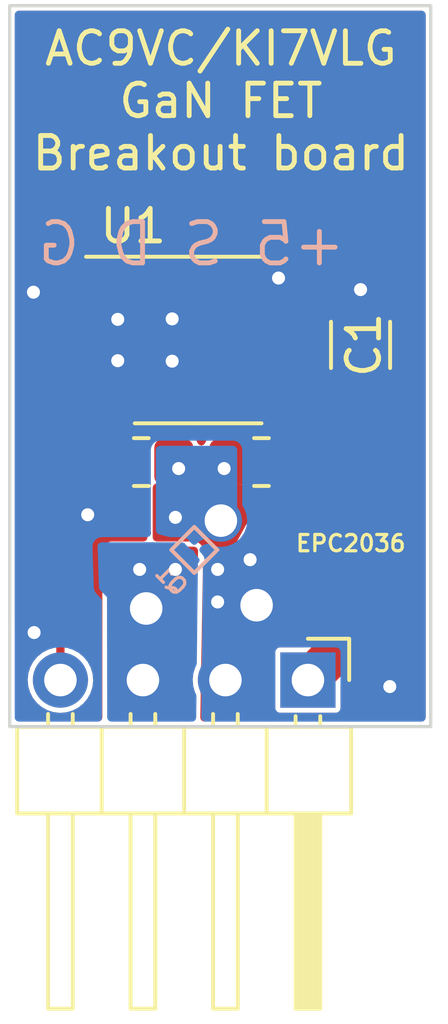
<source format=kicad_pcb>
(kicad_pcb (version 20211014) (generator pcbnew)
  (layers (0 "F.Cu" signal) (31 "B.Cu" signal) (34 "B.Paste" user) (35 "F.Paste" user) (36 "B.SilkS" user "B.Silkscreen") (37 "F.SilkS" user "F.Silkscreen") (38 "B.Mask" user) (39 "F.Mask" user) (44 "Edge.Cuts" user))
  (net 0 "")
  (net 1 "+5V")
  (net 2 "GND")
  (net 3 "/gate")
  (net 4 "/drain")
  (net 5 "Net-(R1-Pad1)")
  (net 6 "Net-(R2-Pad1)")
  (net 7 "/fetGate")
  (footprint "Capacitor_SMD:C_1206_3216Metric" (layer "F.Cu") (at 147.7 88.8 90)
    (fp_text reference "C1" (at 0 0.1 90) (layer "F.SilkS"))
    (fp_text value "100n")
    (fp_line (start -0.711252 0.91) (end 0.711252 0.91) (layer "F.SilkS") (width 0.12))
    (fp_line (start -0.711252 -0.91) (end 0.711252 -0.91) (layer "F.SilkS") (width 0.12))
    (pad "1" smd roundrect (at -1.475 0 90) (size 1.15 1.8) (layers "F.Cu" "F.Paste" "F.Mask") (roundrect_rratio 0.2173913043) (net 1 "+5V"))
    (pad "2" smd roundrect (at 1.475 0 90) (size 1.15 1.8) (layers "F.Cu" "F.Paste" "F.Mask") (roundrect_rratio 0.2173913043) (net 2 "GND"))
  )
  (footprint "Resistor_SMD:R_0805_2012Metric_Pad1.20x1.40mm_HandSolder" (layer "F.Cu") (at 144.65 92.4 180)
    (fp_text reference "R2" hide)
    (fp_text value "4.7")
    (fp_line (start -0.227064 0.735) (end 0.227064 0.735) (layer "F.SilkS") (width 0.12))
    (fp_line (start -0.227064 -0.735) (end 0.227064 -0.735) (layer "F.SilkS") (width 0.12))
    (pad "1" smd roundrect (at -1 0 180) (size 1.2 1.4) (layers "F.Cu" "F.Paste" "F.Mask") (roundrect_rratio 0.2083333333) (net 6 "Net-(R2-Pad1)"))
    (pad "2" smd roundrect (at 1 0 180) (size 1.2 1.4) (layers "F.Cu" "F.Paste" "F.Mask") (roundrect_rratio 0.2083333333) (net 7 "/fetGate"))
  )
  (footprint "Resistor_SMD:R_0805_2012Metric_Pad1.20x1.40mm_HandSolder" (layer "F.Cu") (at 140.95 92.4)
    (fp_text reference "R1" hide)
    (fp_text value "1")
    (fp_line (start -0.227064 -0.735) (end 0.227064 -0.735) (layer "F.SilkS") (width 0.12))
    (fp_line (start -0.227064 0.735) (end 0.227064 0.735) (layer "F.SilkS") (width 0.12))
    (pad "1" smd roundrect (at -1 0) (size 1.2 1.4) (layers "F.Cu" "F.Paste" "F.Mask") (roundrect_rratio 0.2083333333) (net 5 "Net-(R1-Pad1)"))
    (pad "2" smd roundrect (at 1 0) (size 1.2 1.4) (layers "F.Cu" "F.Paste" "F.Mask") (roundrect_rratio 0.2083333333) (net 7 "/fetGate"))
  )
  (footprint "Package_SO:SOIC-8_3.9x4.9mm_P1.27mm" (layer "F.Cu") (at 142.7 88.65)
    (fp_text reference "U1" (at -2 -3.5) (layer "F.SilkS"))
    (fp_text value "NPC81074" hide)
    (fp_line (start 0 -2.56) (end -3.45 -2.56) (layer "F.SilkS") (width 0.12))
    (fp_line (start 0 2.56) (end -1.95 2.56) (layer "F.SilkS") (width 0.12))
    (fp_line (start 0 2.56) (end 1.95 2.56) (layer "F.SilkS") (width 0.12))
    (fp_line (start 0 -2.56) (end 1.95 -2.56) (layer "F.SilkS") (width 0.12))
    (pad "1" smd roundrect (at -2.475 -1.905) (size 1.95 0.6) (layers "F.Cu" "F.Paste" "F.Mask") (net 3 "/gate"))
    (pad "2" smd roundrect (at -2.475 -0.635) (size 1.95 0.6) (layers "F.Cu" "F.Paste" "F.Mask") (net 2 "GND"))
    (pad "3" smd roundrect (at -2.475 0.635) (size 1.95 0.6) (layers "F.Cu" "F.Paste" "F.Mask") (net 2 "GND"))
    (pad "4" smd roundrect (at -2.475 1.905) (size 1.95 0.6) (layers "F.Cu" "F.Paste" "F.Mask") (net 5 "Net-(R1-Pad1)"))
    (pad "5" smd roundrect (at 2.475 1.905) (size 1.95 0.6) (layers "F.Cu" "F.Paste" "F.Mask") (net 6 "Net-(R2-Pad1)"))
    (pad "6" smd roundrect (at 2.475 0.635) (size 1.95 0.6) (layers "F.Cu" "F.Paste" "F.Mask") (net 1 "+5V"))
    (pad "7" smd roundrect (at 2.475 -0.635) (size 1.95 0.6) (layers "F.Cu" "F.Paste" "F.Mask") (net 1 "+5V"))
    (pad "8" smd roundrect (at 2.475 -1.905) (size 1.95 0.6) (layers "F.Cu" "F.Paste" "F.Mask") (net 2 "GND"))
  )
  (footprint "Connector_PinHeader_2.54mm:PinHeader_1x04_P2.54mm_Horizontal" (layer "F.Cu") (at 146.08 99.1 -90)
    (fp_text reference "J1" hide)
    (fp_text value "Conn_01x04_Male" hide)
    (fp_line (start 4.1 0.04) (end 10.1 0.04) (layer "F.SilkS") (width 0.12))
    (fp_line (start -1.27 0) (end -1.27 -1.27) (layer "F.SilkS") (width 0.12))
    (fp_line (start 10.1 7.24) (end 10.1 8) (layer "F.SilkS") (width 0.12))
    (fp_line (start 1.11 0.38) (end 1.44 0.38) (layer "F.SilkS") (width 0.12))
    (fp_line (start 1.042929 8) (end 1.44 8) (layer "F.SilkS") (width 0.12))
    (fp_line (start 10.1 0.38) (end 4.1 0.38) (layer "F.SilkS") (width 0.12))
    (fp_line (start 4.1 7.24) (end 10.1 7.24) (layer "F.SilkS") (width 0.12))
    (fp_line (start 4.1 -1.33) (end 1.44 -1.33) (layer "F.SilkS") (width 0.12))
    (fp_line (start 1.44 8.95) (end 4.1 8.95) (layer "F.SilkS") (width 0.12))
    (fp_line (start 1.44 1.27) (end 4.1 1.27) (layer "F.SilkS") (width 0.12))
    (fp_line (start 4.1 4.7) (end 10.1 4.7) (layer "F.SilkS") (width 0.12))
    (fp_line (start 4.1 8.95) (end 4.1 -1.33) (layer "F.SilkS") (width 0.12))
    (fp_line (start 10.1 -0.38) (end 10.1 0.38) (layer "F.SilkS") (width 0.12))
    (fp_line (start 4.1 -0.2) (end 10.1 -0.2) (layer "F.SilkS") (width 0.12))
    (fp_line (start 4.1 -0.08) (end 10.1 -0.08) (layer "F.SilkS") (width 0.12))
    (fp_line (start 1.44 6.35) (end 4.1 6.35) (layer "F.SilkS") (width 0.12))
    (fp_line (start 1.042929 7.24) (end 1.44 7.24) (layer "F.SilkS") (width 0.12))
    (fp_line (start 4.1 -0.32) (end 10.1 -0.32) (layer "F.SilkS") (width 0.12))
    (fp_line (start 1.11 -0.38) (end 1.44 -0.38) (layer "F.SilkS") (width 0.12))
    (fp_line (start 1.042929 4.7) (end 1.44 4.7) (layer "F.SilkS") (width 0.12))
    (fp_line (start 4.1 2.16) (end 10.1 2.16) (layer "F.SilkS") (width 0.12))
    (fp_line (start 1.042929 2.92) (end 1.44 2.92) (layer "F.SilkS") (width 0.12))
    (fp_line (start -1.27 -1.27) (end 0 -1.27) (layer "F.SilkS") (width 0.12))
    (fp_line (start 10.1 4.7) (end 10.1 5.46) (layer "F.SilkS") (width 0.12))
    (fp_line (start 1.44 3.81) (end 4.1 3.81) (layer "F.SilkS") (width 0.12))
    (fp_line (start 1.042929 5.46) (end 1.44 5.46) (layer "F.SilkS") (width 0.12))
    (fp_line (start 1.44 -1.33) (end 1.44 8.95) (layer "F.SilkS") (width 0.12))
    (fp_line (start 10.1 2.92) (end 4.1 2.92) (layer "F.SilkS") (width 0.12))
    (fp_line (start 10.1 8) (end 4.1 8) (layer "F.SilkS") (width 0.12))
    (fp_line (start 4.1 0.28) (end 10.1 0.28) (layer "F.SilkS") (width 0.12))
    (fp_line (start 10.1 2.16) (end 10.1 2.92) (layer "F.SilkS") (width 0.12))
    (fp_line (start 1.042929 2.16) (end 1.44 2.16) (layer "F.SilkS") (width 0.12))
    (fp_line (start 4.1 -0.38) (end 10.1 -0.38) (layer "F.SilkS") (width 0.12))
    (fp_line (start 4.1 0.16) (end 10.1 0.16) (layer "F.SilkS") (width 0.12))
    (fp_line (start 10.1 5.46) (end 4.1 5.46) (layer "F.SilkS") (width 0.12))
    (pad "1" thru_hole rect (at 0 0 270) (size 1.7 1.7) (drill 1) (layers *.Cu *.Mask) (net 1 "+5V"))
    (pad "2" thru_hole oval (at 0 2.54 270) (size 1.7 1.7) (drill 1) (layers *.Cu *.Mask) (net 2 "GND"))
    (pad "3" thru_hole oval (at 0 5.08 270) (size 1.7 1.7) (drill 1) (layers *.Cu *.Mask) (net 4 "/drain"))
    (pad "4" thru_hole oval (at 0 7.62 270) (size 1.7 1.7) (drill 1) (layers *.Cu *.Mask) (net 3 "/gate"))
  )
  (footprint "epc:epc2036" (layer "B.Cu") (at 143.218198 95.1 135)
    (fp_text reference "Q1" (at 0.3 -1.6 315 unlocked) (layer "B.SilkS") (effects (font (size 0.5 0.5) (thickness 0.1)) (justify mirror)))
    (fp_text value "EPC2036" (at -2.815559 3.098402 unlocked) (layer "F.SilkS") (effects (font (size 0.5 0.5) (thickness 0.1))))
    (fp_rect (start 0.95 0.05) (end -0.05 -0.95) (layer "B.SilkS") (width 0.12) (fill none))
    (pad "1" smd roundrect (at 0.225 -0.225 135) (size 0.287 0.287) (property pad_prop_bga) (layers "B.Cu" "B.Paste") (roundrect_rratio 0.3333344948) (net 2 "GND"))
    (pad "2" smd roundrect (at 0.225 -0.675 135) (size 0.287 0.287) (property pad_prop_bga) (layers "B.Cu" "B.Paste") (roundrect_rratio 0.3333344948) (net 4 "/drain"))
    (pad "3" smd roundrect (at 0.675 -0.225 135) (size 0.287 0.287) (property pad_prop_bga) (layers "B.Cu" "B.Paste") (roundrect_rratio 0.3333344948) (net 7 "/fetGate"))
    (pad "4" smd roundrect (at 0.675 -0.675 135) (size 0.287 0.287) (property pad_prop_bga) (layers "B.Cu" "B.Paste") (roundrect_rratio 0.3333344948) (net 4 "/drain"))
  )
  (gr_rect (start 149.86 78.375) (end 136.9 100.53) (layer "Edge.Cuts") (width 0.1) (fill none))
  (gr_text "+5 S D G" (at 142.5 85.7) (layer "B.SilkS") (effects (font (size 1.27 1.27)) (justify mirror)))
  (gr_text "AC9VC/KI7VLG\nGaN FET\nBreakout board" (at 143.4 81.3) (layer "F.SilkS") (effects (font (size 1 1))))
  (segment (start 146.71 89.285) (end 145.175 89.285) (width 0.762) (layer "F.Cu") (net 1))
  (segment (start 145.44 88.015) (end 145.175 88.015) (width 0.254) (layer "F.Cu") (net 1))
  (segment (start 147.7 90.275) (end 146.71 89.285) (width 0.762) (layer "F.Cu") (net 1))
  (segment (start 147.7 97.48) (end 147.7 90.275) (width 1.27) (layer "F.Cu") (net 1))
  (segment (start 146.08 99.1) (end 147.7 97.48) (width 1.27) (layer "F.Cu") (net 1))
  (segment (start 145.175 89.285) (end 145.175 88.015) (width 0.254) (layer "F.Cu") (net 1))
  (segment (start 147.7 87.1) (end 147.1 86.5) (width 0.508) (layer "F.Cu") (net 2))
  (segment (start 145.42 86.5) (end 145.175 86.745) (width 0.508) (layer "F.Cu") (net 2))
  (segment (start 140.225 88.015) (end 140.225 89.285) (width 0.254) (layer "F.Cu") (net 2))
  (segment (start 147.1 86.5) (end 145.42 86.5) (width 0.508) (layer "F.Cu") (net 2))
  (via (at 140.225 89.285) (size 0.8) (drill 0.4) (layers "F.Cu" "B.Cu") (net 2))
  (via (at 143.3 95.7) (size 0.8) (drill 0.4) (layers "F.Cu" "B.Cu") (net 2))
  (via (at 141.9 89.3) (size 0.8) (drill 0.4) (layers "F.Cu" "B.Cu") (net 2))
  (via (at 144.3 95.4) (size 0.8) (drill 0.4) (layers "F.Cu" "B.Cu") (net 2))
  (via (at 147.7 87.1) (size 0.8) (drill 0.4) (layers "F.Cu" "B.Cu") (net 2))
  (via (at 144.5 96.8) (size 1.3) (drill 1) (layers "F.Cu" "B.Cu") (net 2))
  (via (at 143.3 96.7) (size 0.8) (drill 0.4) (layers "F.Cu" "B.Cu") (net 2))
  (via (at 141.9 88) (size 0.8) (drill 0.4) (layers "F.Cu" "B.Cu") (net 2))
  (via (at 148.6 99.3) (size 0.8) (drill 0.4) (layers "F.Cu" "B.Cu") (net 2))
  (via (at 137.63 87.18) (size 0.8) (drill 0.4) (layers "F.Cu" "B.Cu") (net 2))
  (via (at 137.65 97.64) (size 0.8) (drill 0.4) (layers "F.Cu" "B.Cu") (net 2))
  (via (at 140.225 88.015) (size 0.8) (drill 0.4) (layers "F.Cu" "B.Cu") (net 2))
  (via (at 145.175 86.745) (size 0.8) (drill 0.4) (layers "F.Cu" "B.Cu") (net 2))
  (via (at 139.3 94.02) (size 0.8) (drill 0.4) (layers "F.Cu" "B.Cu") (net 2))
  (segment (start 140.24 89.3) (end 140.225 89.285) (width 0.254) (layer "B.Cu") (net 2))
  (segment (start 141.9 88) (end 140.24 88) (width 0.508) (layer "B.Cu") (net 2))
  (segment (start 140.24 88) (end 140.225 88.015) (width 0.254) (layer "B.Cu") (net 2))
  (segment (start 141.9 89.3) (end 140.24 89.3) (width 0.508) (layer "B.Cu") (net 2))
  (segment (start 138.46 99.1) (end 138.46 87.85798) (width 0.254) (layer "F.Cu") (net 3))
  (segment (start 138.46 87.85798) (end 139.57298 86.745) (width 0.254) (layer "F.Cu") (net 3))
  (via (at 142 95.7) (size 0.8) (drill 0.4) (layers "F.Cu" "B.Cu") (net 4))
  (via (at 141.1 96.9) (size 1.3) (drill 1) (layers "F.Cu" "B.Cu") (net 4))
  (via (at 140.9 95.7) (size 0.8) (drill 0.4) (layers "F.Cu" "B.Cu") (net 4))
  (segment (start 140.225 90.555) (end 140.225 92.625) (width 0.762) (layer "F.Cu") (net 5))
  (segment (start 145.175 90.555) (end 145.525 90.905) (width 0.762) (layer "F.Cu") (net 6))
  (segment (start 145.525 90.905) (end 145.525 92.65) (width 0.762) (layer "F.Cu") (net 6))
  (via (at 142 94.1) (size 0.8) (drill 0.4) (layers "F.Cu" "B.Cu") (net 7))
  (via (at 143.4 94.2) (size 1.3) (drill 1) (layers "F.Cu" "B.Cu") (net 7))
  (via (at 143.5 92.6) (size 0.8) (drill 0.4) (layers "F.Cu" "B.Cu") (net 7))
  (via (at 142.1 92.6) (size 0.8) (drill 0.4) (layers "F.Cu" "B.Cu") (net 7))
  (zone (net 2) (net_name "GND") (layer "F.Cu") (connect_pads yes (clearance 0.1524)) (min_thickness 0.254) (fill yes (thermal_gap 0.508) (thermal_bridge_width 0.508))
    (polygon (pts (xy 150.05 90.91) (xy 150 100.61) (xy 143.49 100.76) (xy 139.75 100.65) (xy 137.08 100.57) (xy 136.9 78.31) (xy 149.85 78.34)))
  )
  (zone (net 7) (net_name "/fetGate") (layer "F.Cu") (priority 2) (connect_pads (clearance 0.1524)) (min_thickness 0.254) (fill yes (thermal_gap 0) (thermal_bridge_width 0.508))
    (polygon (pts (xy 144.3 93.2) (xy 144.406886 93.905771) (xy 143.868273 94.891909) (xy 143.4 95.2) (xy 142.8 95.3) (xy 142.4 94.9) (xy 141.3 94.9) (xy 141.3 92.1) (xy 144.3 92.1)))
  )
  (zone (net 1) (net_name "+5V") (layer "F.Cu") (priority 2) (connect_pads (clearance 0.1524)) (min_thickness 0.254) (fill yes (thermal_gap 0) (thermal_bridge_width 0.508))
    (polygon (pts (xy 148.4 89.5) (xy 148.4 90.6) (xy 146.8 90.5) (xy 146.1 89.5) (xy 144.2 89.3) (xy 144.2 87.9) (xy 146.1 87.7)))
  )
  (zone (net 4) (net_name "/drain") (layer "F.Cu") (priority 3) (connect_pads (clearance 0.1524)) (min_thickness 0.254) (fill yes (thermal_gap 0) (thermal_bridge_width 0.508))
    (polygon (pts (xy 142.6 100.75) (xy 139.91 100.75) (xy 139.91 95) (xy 142.7 95)))
  )
  (zone (net 2) (net_name "GND") (layer "B.Cu") (connect_pads (clearance 0.1524)) (min_thickness 0.254) (fill yes (thermal_gap 0.508) (thermal_bridge_width 0.508))
    (polygon (pts (xy 150 100.5) (xy 136.6 100.5) (xy 136.6 78.2) (xy 150 78.3)))
  )
  (zone (net 7) (net_name "/fetGate") (layer "B.Cu") (priority 2) (connect_pads (clearance 0.1524)) (min_thickness 0.254) (fill yes (thermal_gap 0) (thermal_bridge_width 0.508))
    (polygon (pts (xy 143.9 94.3) (xy 142.6 94.9) (xy 141.4 94.6) (xy 141.4 91.9) (xy 143.9 91.9)))
  )
  (zone (net 4) (net_name "/drain") (layer "B.Cu") (priority 3) (connect_pads yes (clearance 0.1524)) (min_thickness 0.254) (fill yes (thermal_gap 0.508) (thermal_bridge_width 0.508))
    (polygon (pts (xy 142.64 100.4) (xy 139.9 100.39967) (xy 139.893649 96.554601) (xy 139.647649 96.300931) (xy 139.6 94.866) (xy 142.7 94.866)))
  )
)
</source>
